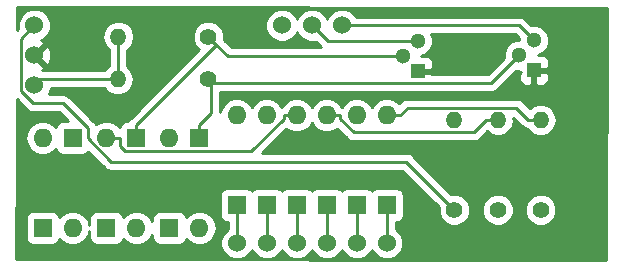
<source format=gbr>
G04 #@! TF.GenerationSoftware,KiCad,Pcbnew,(5.0.0)*
G04 #@! TF.CreationDate,2019-01-17T17:54:46+00:00*
G04 #@! TF.ProjectId,LS06,4C5330362E6B696361645F7063620000,rev?*
G04 #@! TF.SameCoordinates,Original*
G04 #@! TF.FileFunction,Copper,L2,Bot,Signal*
G04 #@! TF.FilePolarity,Positive*
%FSLAX46Y46*%
G04 Gerber Fmt 4.6, Leading zero omitted, Abs format (unit mm)*
G04 Created by KiCad (PCBNEW (5.0.0)) date 01/17/19 17:54:46*
%MOMM*%
%LPD*%
G01*
G04 APERTURE LIST*
G04 #@! TA.AperFunction,ComponentPad*
%ADD10O,1.600000X1.600000*%
G04 #@! TD*
G04 #@! TA.AperFunction,ComponentPad*
%ADD11R,1.600000X1.600000*%
G04 #@! TD*
G04 #@! TA.AperFunction,ComponentPad*
%ADD12C,1.524000*%
G04 #@! TD*
G04 #@! TA.AperFunction,ComponentPad*
%ADD13C,1.400000*%
G04 #@! TD*
G04 #@! TA.AperFunction,ComponentPad*
%ADD14O,1.400000X1.400000*%
G04 #@! TD*
G04 #@! TA.AperFunction,ComponentPad*
%ADD15R,1.300000X1.300000*%
G04 #@! TD*
G04 #@! TA.AperFunction,ComponentPad*
%ADD16C,1.300000*%
G04 #@! TD*
G04 #@! TA.AperFunction,Conductor*
%ADD17C,0.250000*%
G04 #@! TD*
G04 #@! TA.AperFunction,Conductor*
%ADD18C,0.254000*%
G04 #@! TD*
G04 APERTURE END LIST*
D10*
G04 #@! TO.P,D1,2*
G04 #@! TO.N,Net-(D1-Pad2)*
X137096000Y-68834000D03*
D11*
G04 #@! TO.P,D1,1*
G04 #@! TO.N,1*
X137096000Y-76454000D03*
G04 #@! TD*
G04 #@! TO.P,D2,1*
G04 #@! TO.N,2*
X139636000Y-76454000D03*
D10*
G04 #@! TO.P,D2,2*
G04 #@! TO.N,Net-(D1-Pad2)*
X139636000Y-68834000D03*
G04 #@! TD*
G04 #@! TO.P,D3,2*
G04 #@! TO.N,Net-(D3-Pad2)*
X142176000Y-68834000D03*
D11*
G04 #@! TO.P,D3,1*
G04 #@! TO.N,3*
X142176000Y-76454000D03*
G04 #@! TD*
G04 #@! TO.P,D4,1*
G04 #@! TO.N,4*
X144716000Y-76454000D03*
D10*
G04 #@! TO.P,D4,2*
G04 #@! TO.N,Net-(D3-Pad2)*
X144716000Y-68834000D03*
G04 #@! TD*
G04 #@! TO.P,D5,2*
G04 #@! TO.N,Net-(D11-Pad2)*
X147256000Y-68834000D03*
D11*
G04 #@! TO.P,D5,1*
G04 #@! TO.N,5*
X147256000Y-76454000D03*
G04 #@! TD*
G04 #@! TO.P,D6,1*
G04 #@! TO.N,6*
X149796000Y-76454000D03*
D10*
G04 #@! TO.P,D6,2*
G04 #@! TO.N,Net-(D11-Pad2)*
X149796000Y-68834000D03*
G04 #@! TD*
G04 #@! TO.P,D7,2*
G04 #@! TO.N,Net-(D1-Pad2)*
X120650000Y-70739000D03*
D11*
G04 #@! TO.P,D7,1*
G04 #@! TO.N,Net-(D7-Pad1)*
X120650000Y-78359000D03*
G04 #@! TD*
G04 #@! TO.P,D8,1*
G04 #@! TO.N,Net-(D10-Pad1)*
X123190000Y-70739000D03*
D10*
G04 #@! TO.P,D8,2*
G04 #@! TO.N,Net-(D7-Pad1)*
X123190000Y-78359000D03*
G04 #@! TD*
G04 #@! TO.P,D9,2*
G04 #@! TO.N,Net-(D3-Pad2)*
X126048000Y-70739000D03*
D11*
G04 #@! TO.P,D9,1*
G04 #@! TO.N,Net-(D10-Pad2)*
X126048000Y-78359000D03*
G04 #@! TD*
G04 #@! TO.P,D10,1*
G04 #@! TO.N,Net-(D10-Pad1)*
X128588000Y-70739000D03*
D10*
G04 #@! TO.P,D10,2*
G04 #@! TO.N,Net-(D10-Pad2)*
X128588000Y-78359000D03*
G04 #@! TD*
G04 #@! TO.P,D11,2*
G04 #@! TO.N,Net-(D11-Pad2)*
X131382000Y-70739000D03*
D11*
G04 #@! TO.P,D11,1*
G04 #@! TO.N,Net-(D11-Pad1)*
X131382000Y-78359000D03*
G04 #@! TD*
G04 #@! TO.P,D12,1*
G04 #@! TO.N,Net-(D12-Pad1)*
X133922000Y-70739000D03*
D10*
G04 #@! TO.P,D12,2*
G04 #@! TO.N,Net-(D11-Pad1)*
X133922000Y-78359000D03*
G04 #@! TD*
D12*
G04 #@! TO.P,J1,21*
G04 #@! TO.N,+6v*
X119963000Y-61225500D03*
G04 #@! TO.P,J1,22*
G04 #@! TO.N,0v*
X119963000Y-63765500D03*
G04 #@! TO.P,J1,23*
G04 #@! TO.N,-6v*
X119963000Y-66305500D03*
G04 #@! TO.P,J1,1*
G04 #@! TO.N,1*
X137108000Y-79640500D03*
G04 #@! TO.P,J1,2*
G04 #@! TO.N,2*
X139648000Y-79640500D03*
G04 #@! TO.P,J1,3*
G04 #@! TO.N,3*
X142188000Y-79640500D03*
G04 #@! TO.P,J1,4*
G04 #@! TO.N,4*
X144728000Y-79640500D03*
G04 #@! TO.P,J1,5*
G04 #@! TO.N,5*
X147268000Y-79640500D03*
G04 #@! TO.P,J1,6*
G04 #@! TO.N,6*
X149808000Y-79640500D03*
G04 #@! TO.P,J1,11*
G04 #@! TO.N,N/C*
X140918000Y-61225500D03*
G04 #@! TO.P,J1,12*
G04 #@! TO.N,12*
X143458000Y-61225500D03*
G04 #@! TO.P,J1,13*
G04 #@! TO.N,13*
X145998000Y-61225500D03*
G04 #@! TD*
D13*
G04 #@! TO.P,R1,1*
G04 #@! TO.N,+6v*
X155512000Y-76835000D03*
D14*
G04 #@! TO.P,R1,2*
G04 #@! TO.N,Net-(D1-Pad2)*
X155512000Y-69215000D03*
G04 #@! TD*
G04 #@! TO.P,R2,2*
G04 #@! TO.N,Net-(D3-Pad2)*
X159194000Y-69215000D03*
D13*
G04 #@! TO.P,R2,1*
G04 #@! TO.N,+6v*
X159194000Y-76835000D03*
G04 #@! TD*
D14*
G04 #@! TO.P,R3,2*
G04 #@! TO.N,Net-(D11-Pad2)*
X162814000Y-69215000D03*
D13*
G04 #@! TO.P,R3,1*
G04 #@! TO.N,+6v*
X162814000Y-76835000D03*
G04 #@! TD*
D14*
G04 #@! TO.P,R4,2*
G04 #@! TO.N,-6v*
X127064000Y-62166500D03*
D13*
G04 #@! TO.P,R4,1*
G04 #@! TO.N,Net-(D10-Pad1)*
X134684000Y-62166500D03*
G04 #@! TD*
G04 #@! TO.P,R5,1*
G04 #@! TO.N,Net-(D12-Pad1)*
X134620000Y-65786000D03*
D14*
G04 #@! TO.P,R5,2*
G04 #@! TO.N,-6v*
X127000000Y-65786000D03*
G04 #@! TD*
D15*
G04 #@! TO.P,VT1,1*
G04 #@! TO.N,0v*
X152400000Y-65087500D03*
D16*
G04 #@! TO.P,VT1,3*
G04 #@! TO.N,12*
X152400000Y-62547500D03*
G04 #@! TO.P,VT1,2*
G04 #@! TO.N,Net-(D10-Pad1)*
X151130000Y-63817500D03*
G04 #@! TD*
G04 #@! TO.P,VT2,2*
G04 #@! TO.N,Net-(D12-Pad1)*
X160972000Y-63754000D03*
G04 #@! TO.P,VT2,3*
G04 #@! TO.N,13*
X162242000Y-62484000D03*
D15*
G04 #@! TO.P,VT2,1*
G04 #@! TO.N,0v*
X162242000Y-65024000D03*
G04 #@! TD*
D17*
G04 #@! TO.N,1*
X137108000Y-79640500D02*
X137096000Y-79628500D01*
X137096000Y-79628500D02*
X137096000Y-76454000D01*
G04 #@! TO.N,2*
X139648000Y-79640500D02*
X139636000Y-79628500D01*
X139636000Y-79628500D02*
X139636000Y-76454000D01*
G04 #@! TO.N,Net-(D3-Pad2)*
X126048000Y-70739000D02*
X127173300Y-70739000D01*
X142176000Y-68834000D02*
X141050700Y-68834000D01*
X141050700Y-68834000D02*
X141050700Y-69115300D01*
X141050700Y-69115300D02*
X138301700Y-71864300D01*
X138301700Y-71864300D02*
X127595200Y-71864300D01*
X127595200Y-71864300D02*
X127173300Y-71442400D01*
X127173300Y-71442400D02*
X127173300Y-70739000D01*
X144716000Y-68834000D02*
X145841300Y-68834000D01*
X159194000Y-69215000D02*
X158168700Y-69215000D01*
X158168700Y-69215000D02*
X157135400Y-70248300D01*
X157135400Y-70248300D02*
X146974300Y-70248300D01*
X146974300Y-70248300D02*
X145841300Y-69115300D01*
X145841300Y-69115300D02*
X145841300Y-68834000D01*
G04 #@! TO.N,3*
X142188000Y-79640500D02*
X142176000Y-79628500D01*
X142176000Y-79628500D02*
X142176000Y-76454000D01*
G04 #@! TO.N,4*
X144728000Y-79640500D02*
X144716000Y-79628500D01*
X144716000Y-79628500D02*
X144716000Y-76454000D01*
G04 #@! TO.N,Net-(D11-Pad2)*
X149796000Y-68834000D02*
X150921300Y-68834000D01*
X162814000Y-69215000D02*
X161788700Y-69215000D01*
X161788700Y-69215000D02*
X160762500Y-68188800D01*
X160762500Y-68188800D02*
X151566500Y-68188800D01*
X151566500Y-68188800D02*
X150921300Y-68834000D01*
G04 #@! TO.N,5*
X147268000Y-79640500D02*
X147256000Y-79628500D01*
X147256000Y-79628500D02*
X147256000Y-76454000D01*
G04 #@! TO.N,6*
X149808000Y-79640500D02*
X149796000Y-79628500D01*
X149796000Y-79628500D02*
X149796000Y-76454000D01*
G04 #@! TO.N,Net-(D10-Pad1)*
X135359600Y-62842100D02*
X134684000Y-62166500D01*
X151130000Y-63817500D02*
X136335000Y-63817500D01*
X136335000Y-63817500D02*
X135359600Y-62842100D01*
X135359600Y-62842100D02*
X128588000Y-69613700D01*
X128588000Y-70739000D02*
X128588000Y-69613700D01*
G04 #@! TO.N,Net-(D12-Pad1)*
X133922000Y-70739000D02*
X133922000Y-69613700D01*
X134915900Y-66081900D02*
X134620000Y-65786000D01*
X160972000Y-63754000D02*
X158644100Y-66081900D01*
X158644100Y-66081900D02*
X134915900Y-66081900D01*
X134915900Y-66081900D02*
X134915900Y-68619800D01*
X134915900Y-68619800D02*
X133922000Y-69613700D01*
G04 #@! TO.N,+6v*
X119963000Y-61225500D02*
X118846700Y-62341800D01*
X118846700Y-62341800D02*
X118846700Y-66787700D01*
X118846700Y-66787700D02*
X119855500Y-67796500D01*
X119855500Y-67796500D02*
X122359900Y-67796500D01*
X122359900Y-67796500D02*
X124459700Y-69896300D01*
X124459700Y-69896300D02*
X124459700Y-70771200D01*
X124459700Y-70771200D02*
X126441500Y-72753000D01*
X126441500Y-72753000D02*
X151430000Y-72753000D01*
X151430000Y-72753000D02*
X155512000Y-76835000D01*
G04 #@! TO.N,-6v*
X127000000Y-65786000D02*
X120482500Y-65786000D01*
X120482500Y-65786000D02*
X119963000Y-66305500D01*
X127064000Y-63191800D02*
X127000000Y-63255800D01*
X127000000Y-63255800D02*
X127000000Y-65786000D01*
X127064000Y-62166500D02*
X127064000Y-63191800D01*
G04 #@! TO.N,12*
X152400000Y-62547500D02*
X144780000Y-62547500D01*
X144780000Y-62547500D02*
X143458000Y-61225500D01*
G04 #@! TO.N,13*
X162242000Y-62484000D02*
X160983500Y-61225500D01*
X160983500Y-61225500D02*
X145998000Y-61225500D01*
G04 #@! TD*
D18*
G04 #@! TO.N,0v*
G36*
X168464751Y-59753339D02*
X168339246Y-81089340D01*
X118427876Y-81026161D01*
X118438164Y-77559000D01*
X119202560Y-77559000D01*
X119202560Y-79159000D01*
X119251843Y-79406765D01*
X119392191Y-79616809D01*
X119602235Y-79757157D01*
X119850000Y-79806440D01*
X121450000Y-79806440D01*
X121697765Y-79757157D01*
X121907809Y-79616809D01*
X122048157Y-79406765D01*
X122074785Y-79272894D01*
X122155423Y-79393577D01*
X122630091Y-79710740D01*
X123048667Y-79794000D01*
X123331333Y-79794000D01*
X123749909Y-79710740D01*
X124224577Y-79393577D01*
X124541740Y-78918909D01*
X124600560Y-78623201D01*
X124600560Y-79159000D01*
X124649843Y-79406765D01*
X124790191Y-79616809D01*
X125000235Y-79757157D01*
X125248000Y-79806440D01*
X126848000Y-79806440D01*
X127095765Y-79757157D01*
X127305809Y-79616809D01*
X127446157Y-79406765D01*
X127472785Y-79272894D01*
X127553423Y-79393577D01*
X128028091Y-79710740D01*
X128446667Y-79794000D01*
X128729333Y-79794000D01*
X129147909Y-79710740D01*
X129622577Y-79393577D01*
X129934560Y-78926661D01*
X129934560Y-79159000D01*
X129983843Y-79406765D01*
X130124191Y-79616809D01*
X130334235Y-79757157D01*
X130582000Y-79806440D01*
X132182000Y-79806440D01*
X132429765Y-79757157D01*
X132639809Y-79616809D01*
X132780157Y-79406765D01*
X132806785Y-79272894D01*
X132887423Y-79393577D01*
X133362091Y-79710740D01*
X133780667Y-79794000D01*
X134063333Y-79794000D01*
X134481909Y-79710740D01*
X134956577Y-79393577D01*
X135273740Y-78918909D01*
X135385113Y-78359000D01*
X135273740Y-77799091D01*
X134956577Y-77324423D01*
X134481909Y-77007260D01*
X134063333Y-76924000D01*
X133780667Y-76924000D01*
X133362091Y-77007260D01*
X132887423Y-77324423D01*
X132806785Y-77445106D01*
X132780157Y-77311235D01*
X132639809Y-77101191D01*
X132429765Y-76960843D01*
X132182000Y-76911560D01*
X130582000Y-76911560D01*
X130334235Y-76960843D01*
X130124191Y-77101191D01*
X129983843Y-77311235D01*
X129934560Y-77559000D01*
X129934560Y-77791339D01*
X129622577Y-77324423D01*
X129147909Y-77007260D01*
X128729333Y-76924000D01*
X128446667Y-76924000D01*
X128028091Y-77007260D01*
X127553423Y-77324423D01*
X127472785Y-77445106D01*
X127446157Y-77311235D01*
X127305809Y-77101191D01*
X127095765Y-76960843D01*
X126848000Y-76911560D01*
X125248000Y-76911560D01*
X125000235Y-76960843D01*
X124790191Y-77101191D01*
X124649843Y-77311235D01*
X124600560Y-77559000D01*
X124600560Y-78094799D01*
X124541740Y-77799091D01*
X124224577Y-77324423D01*
X123749909Y-77007260D01*
X123331333Y-76924000D01*
X123048667Y-76924000D01*
X122630091Y-77007260D01*
X122155423Y-77324423D01*
X122074785Y-77445106D01*
X122048157Y-77311235D01*
X121907809Y-77101191D01*
X121697765Y-76960843D01*
X121450000Y-76911560D01*
X119850000Y-76911560D01*
X119602235Y-76960843D01*
X119392191Y-77101191D01*
X119251843Y-77311235D01*
X119202560Y-77559000D01*
X118438164Y-77559000D01*
X118443816Y-75654000D01*
X135648560Y-75654000D01*
X135648560Y-77254000D01*
X135697843Y-77501765D01*
X135838191Y-77711809D01*
X136048235Y-77852157D01*
X136296000Y-77901440D01*
X136336001Y-77901440D01*
X136336000Y-78448170D01*
X136316663Y-78456180D01*
X135923680Y-78849163D01*
X135711000Y-79362619D01*
X135711000Y-79918381D01*
X135923680Y-80431837D01*
X136316663Y-80824820D01*
X136830119Y-81037500D01*
X137385881Y-81037500D01*
X137899337Y-80824820D01*
X138292320Y-80431837D01*
X138378000Y-80224987D01*
X138463680Y-80431837D01*
X138856663Y-80824820D01*
X139370119Y-81037500D01*
X139925881Y-81037500D01*
X140439337Y-80824820D01*
X140832320Y-80431837D01*
X140918000Y-80224987D01*
X141003680Y-80431837D01*
X141396663Y-80824820D01*
X141910119Y-81037500D01*
X142465881Y-81037500D01*
X142979337Y-80824820D01*
X143372320Y-80431837D01*
X143458000Y-80224987D01*
X143543680Y-80431837D01*
X143936663Y-80824820D01*
X144450119Y-81037500D01*
X145005881Y-81037500D01*
X145519337Y-80824820D01*
X145912320Y-80431837D01*
X145998000Y-80224987D01*
X146083680Y-80431837D01*
X146476663Y-80824820D01*
X146990119Y-81037500D01*
X147545881Y-81037500D01*
X148059337Y-80824820D01*
X148452320Y-80431837D01*
X148538000Y-80224987D01*
X148623680Y-80431837D01*
X149016663Y-80824820D01*
X149530119Y-81037500D01*
X150085881Y-81037500D01*
X150599337Y-80824820D01*
X150992320Y-80431837D01*
X151205000Y-79918381D01*
X151205000Y-79362619D01*
X150992320Y-78849163D01*
X150599337Y-78456180D01*
X150556000Y-78438229D01*
X150556000Y-77901440D01*
X150596000Y-77901440D01*
X150843765Y-77852157D01*
X151053809Y-77711809D01*
X151194157Y-77501765D01*
X151243440Y-77254000D01*
X151243440Y-75654000D01*
X151194157Y-75406235D01*
X151053809Y-75196191D01*
X150843765Y-75055843D01*
X150596000Y-75006560D01*
X148996000Y-75006560D01*
X148748235Y-75055843D01*
X148538191Y-75196191D01*
X148526000Y-75214436D01*
X148513809Y-75196191D01*
X148303765Y-75055843D01*
X148056000Y-75006560D01*
X146456000Y-75006560D01*
X146208235Y-75055843D01*
X145998191Y-75196191D01*
X145986000Y-75214436D01*
X145973809Y-75196191D01*
X145763765Y-75055843D01*
X145516000Y-75006560D01*
X143916000Y-75006560D01*
X143668235Y-75055843D01*
X143458191Y-75196191D01*
X143446000Y-75214436D01*
X143433809Y-75196191D01*
X143223765Y-75055843D01*
X142976000Y-75006560D01*
X141376000Y-75006560D01*
X141128235Y-75055843D01*
X140918191Y-75196191D01*
X140906000Y-75214436D01*
X140893809Y-75196191D01*
X140683765Y-75055843D01*
X140436000Y-75006560D01*
X138836000Y-75006560D01*
X138588235Y-75055843D01*
X138378191Y-75196191D01*
X138366000Y-75214436D01*
X138353809Y-75196191D01*
X138143765Y-75055843D01*
X137896000Y-75006560D01*
X136296000Y-75006560D01*
X136048235Y-75055843D01*
X135838191Y-75196191D01*
X135697843Y-75406235D01*
X135648560Y-75654000D01*
X118443816Y-75654000D01*
X118468061Y-67483862D01*
X119265170Y-68280972D01*
X119307571Y-68344429D01*
X119558963Y-68512404D01*
X119780648Y-68556500D01*
X119780652Y-68556500D01*
X119855500Y-68571388D01*
X119930348Y-68556500D01*
X122045099Y-68556500D01*
X122780159Y-69291560D01*
X122390000Y-69291560D01*
X122142235Y-69340843D01*
X121932191Y-69481191D01*
X121791843Y-69691235D01*
X121765215Y-69825106D01*
X121684577Y-69704423D01*
X121209909Y-69387260D01*
X120791333Y-69304000D01*
X120508667Y-69304000D01*
X120090091Y-69387260D01*
X119615423Y-69704423D01*
X119298260Y-70179091D01*
X119186887Y-70739000D01*
X119298260Y-71298909D01*
X119615423Y-71773577D01*
X120090091Y-72090740D01*
X120508667Y-72174000D01*
X120791333Y-72174000D01*
X121209909Y-72090740D01*
X121684577Y-71773577D01*
X121765215Y-71652894D01*
X121791843Y-71786765D01*
X121932191Y-71996809D01*
X122142235Y-72137157D01*
X122390000Y-72186440D01*
X123990000Y-72186440D01*
X124237765Y-72137157D01*
X124447809Y-71996809D01*
X124512977Y-71899279D01*
X125851173Y-73237476D01*
X125893571Y-73300929D01*
X125957024Y-73343327D01*
X125957026Y-73343329D01*
X126082402Y-73427102D01*
X126144963Y-73468904D01*
X126366648Y-73513000D01*
X126366652Y-73513000D01*
X126441499Y-73527888D01*
X126516346Y-73513000D01*
X151115199Y-73513000D01*
X154177000Y-76574802D01*
X154177000Y-77100548D01*
X154380242Y-77591217D01*
X154755783Y-77966758D01*
X155246452Y-78170000D01*
X155777548Y-78170000D01*
X156268217Y-77966758D01*
X156643758Y-77591217D01*
X156847000Y-77100548D01*
X156847000Y-76569452D01*
X157859000Y-76569452D01*
X157859000Y-77100548D01*
X158062242Y-77591217D01*
X158437783Y-77966758D01*
X158928452Y-78170000D01*
X159459548Y-78170000D01*
X159950217Y-77966758D01*
X160325758Y-77591217D01*
X160529000Y-77100548D01*
X160529000Y-76569452D01*
X161479000Y-76569452D01*
X161479000Y-77100548D01*
X161682242Y-77591217D01*
X162057783Y-77966758D01*
X162548452Y-78170000D01*
X163079548Y-78170000D01*
X163570217Y-77966758D01*
X163945758Y-77591217D01*
X164149000Y-77100548D01*
X164149000Y-76569452D01*
X163945758Y-76078783D01*
X163570217Y-75703242D01*
X163079548Y-75500000D01*
X162548452Y-75500000D01*
X162057783Y-75703242D01*
X161682242Y-76078783D01*
X161479000Y-76569452D01*
X160529000Y-76569452D01*
X160325758Y-76078783D01*
X159950217Y-75703242D01*
X159459548Y-75500000D01*
X158928452Y-75500000D01*
X158437783Y-75703242D01*
X158062242Y-76078783D01*
X157859000Y-76569452D01*
X156847000Y-76569452D01*
X156643758Y-76078783D01*
X156268217Y-75703242D01*
X155777548Y-75500000D01*
X155251802Y-75500000D01*
X152020331Y-72268530D01*
X151977929Y-72205071D01*
X151726537Y-72037096D01*
X151504852Y-71993000D01*
X151504847Y-71993000D01*
X151430000Y-71978112D01*
X151355153Y-71993000D01*
X139247801Y-71993000D01*
X141279779Y-69961023D01*
X141616091Y-70185740D01*
X142034667Y-70269000D01*
X142317333Y-70269000D01*
X142735909Y-70185740D01*
X143210577Y-69868577D01*
X143446000Y-69516242D01*
X143681423Y-69868577D01*
X144156091Y-70185740D01*
X144574667Y-70269000D01*
X144857333Y-70269000D01*
X145275909Y-70185740D01*
X145612222Y-69961023D01*
X146383971Y-70732773D01*
X146426371Y-70796229D01*
X146677763Y-70964204D01*
X146899448Y-71008300D01*
X146899453Y-71008300D01*
X146974300Y-71023188D01*
X147049147Y-71008300D01*
X157060553Y-71008300D01*
X157135400Y-71023188D01*
X157210247Y-71008300D01*
X157210252Y-71008300D01*
X157431937Y-70964204D01*
X157683329Y-70796229D01*
X157725731Y-70732770D01*
X158261193Y-70197309D01*
X158673109Y-70472542D01*
X159062515Y-70550000D01*
X159325485Y-70550000D01*
X159714891Y-70472542D01*
X160156481Y-70177481D01*
X160451542Y-69735891D01*
X160555154Y-69215000D01*
X160515737Y-69016838D01*
X161198371Y-69699473D01*
X161240771Y-69762929D01*
X161492163Y-69930904D01*
X161713848Y-69975000D01*
X161713853Y-69975000D01*
X161716589Y-69975544D01*
X161851519Y-70177481D01*
X162293109Y-70472542D01*
X162682515Y-70550000D01*
X162945485Y-70550000D01*
X163334891Y-70472542D01*
X163776481Y-70177481D01*
X164071542Y-69735891D01*
X164175154Y-69215000D01*
X164071542Y-68694109D01*
X163776481Y-68252519D01*
X163334891Y-67957458D01*
X162945485Y-67880000D01*
X162682515Y-67880000D01*
X162293109Y-67957458D01*
X161881193Y-68232691D01*
X161352831Y-67704330D01*
X161310429Y-67640871D01*
X161059037Y-67472896D01*
X160837352Y-67428800D01*
X160837347Y-67428800D01*
X160762500Y-67413912D01*
X160687653Y-67428800D01*
X151641348Y-67428800D01*
X151566500Y-67413912D01*
X151491652Y-67428800D01*
X151491648Y-67428800D01*
X151269963Y-67472896D01*
X151018571Y-67640871D01*
X150976171Y-67704327D01*
X150850804Y-67829695D01*
X150830577Y-67799423D01*
X150355909Y-67482260D01*
X149937333Y-67399000D01*
X149654667Y-67399000D01*
X149236091Y-67482260D01*
X148761423Y-67799423D01*
X148526000Y-68151758D01*
X148290577Y-67799423D01*
X147815909Y-67482260D01*
X147397333Y-67399000D01*
X147114667Y-67399000D01*
X146696091Y-67482260D01*
X146221423Y-67799423D01*
X146023667Y-68095386D01*
X145936786Y-68078104D01*
X145750577Y-67799423D01*
X145275909Y-67482260D01*
X144857333Y-67399000D01*
X144574667Y-67399000D01*
X144156091Y-67482260D01*
X143681423Y-67799423D01*
X143446000Y-68151758D01*
X143210577Y-67799423D01*
X142735909Y-67482260D01*
X142317333Y-67399000D01*
X142034667Y-67399000D01*
X141616091Y-67482260D01*
X141141423Y-67799423D01*
X140955214Y-68078104D01*
X140868333Y-68095386D01*
X140670577Y-67799423D01*
X140195909Y-67482260D01*
X139777333Y-67399000D01*
X139494667Y-67399000D01*
X139076091Y-67482260D01*
X138601423Y-67799423D01*
X138366000Y-68151758D01*
X138130577Y-67799423D01*
X137655909Y-67482260D01*
X137237333Y-67399000D01*
X136954667Y-67399000D01*
X136536091Y-67482260D01*
X136061423Y-67799423D01*
X135744260Y-68274091D01*
X135683141Y-68581356D01*
X135675900Y-68544953D01*
X135675900Y-66841900D01*
X158569253Y-66841900D01*
X158644100Y-66856788D01*
X158718947Y-66841900D01*
X158718952Y-66841900D01*
X158940637Y-66797804D01*
X159192029Y-66629829D01*
X159234431Y-66566370D01*
X160761802Y-65039000D01*
X160957000Y-65039000D01*
X160957000Y-65151002D01*
X161115748Y-65151002D01*
X160957000Y-65309750D01*
X160957000Y-65800310D01*
X161053673Y-66033699D01*
X161232302Y-66212327D01*
X161465691Y-66309000D01*
X161956250Y-66309000D01*
X162115000Y-66150250D01*
X162115000Y-65151000D01*
X162369000Y-65151000D01*
X162369000Y-66150250D01*
X162527750Y-66309000D01*
X163018309Y-66309000D01*
X163251698Y-66212327D01*
X163430327Y-66033699D01*
X163527000Y-65800310D01*
X163527000Y-65309750D01*
X163368250Y-65151000D01*
X162369000Y-65151000D01*
X162115000Y-65151000D01*
X162095000Y-65151000D01*
X162095000Y-64897000D01*
X162115000Y-64897000D01*
X162115000Y-64877000D01*
X162369000Y-64877000D01*
X162369000Y-64897000D01*
X163368250Y-64897000D01*
X163527000Y-64738250D01*
X163527000Y-64247690D01*
X163430327Y-64014301D01*
X163251698Y-63835673D01*
X163018309Y-63739000D01*
X162570029Y-63739000D01*
X162969894Y-63573371D01*
X163331371Y-63211894D01*
X163527000Y-62739602D01*
X163527000Y-62228398D01*
X163331371Y-61756106D01*
X162969894Y-61394629D01*
X162497602Y-61199000D01*
X162031801Y-61199000D01*
X161573831Y-60741030D01*
X161531429Y-60677571D01*
X161280037Y-60509596D01*
X161058352Y-60465500D01*
X161058347Y-60465500D01*
X160983500Y-60450612D01*
X160908653Y-60465500D01*
X147195300Y-60465500D01*
X147182320Y-60434163D01*
X146789337Y-60041180D01*
X146275881Y-59828500D01*
X145720119Y-59828500D01*
X145206663Y-60041180D01*
X144813680Y-60434163D01*
X144728000Y-60641013D01*
X144642320Y-60434163D01*
X144249337Y-60041180D01*
X143735881Y-59828500D01*
X143180119Y-59828500D01*
X142666663Y-60041180D01*
X142273680Y-60434163D01*
X142188000Y-60641013D01*
X142102320Y-60434163D01*
X141709337Y-60041180D01*
X141195881Y-59828500D01*
X140640119Y-59828500D01*
X140126663Y-60041180D01*
X139733680Y-60434163D01*
X139521000Y-60947619D01*
X139521000Y-61503381D01*
X139733680Y-62016837D01*
X140126663Y-62409820D01*
X140640119Y-62622500D01*
X141195881Y-62622500D01*
X141709337Y-62409820D01*
X142102320Y-62016837D01*
X142188000Y-61809987D01*
X142273680Y-62016837D01*
X142666663Y-62409820D01*
X143180119Y-62622500D01*
X143735881Y-62622500D01*
X143767218Y-62609520D01*
X144189673Y-63031976D01*
X144206728Y-63057500D01*
X136649802Y-63057500D01*
X136019000Y-62426699D01*
X136019000Y-61900952D01*
X135815758Y-61410283D01*
X135440217Y-61034742D01*
X134949548Y-60831500D01*
X134418452Y-60831500D01*
X133927783Y-61034742D01*
X133552242Y-61410283D01*
X133349000Y-61900952D01*
X133349000Y-62432048D01*
X133552242Y-62922717D01*
X133878212Y-63248687D01*
X128103528Y-69023371D01*
X128040072Y-69065771D01*
X127997672Y-69129227D01*
X127997671Y-69129228D01*
X127889204Y-69291560D01*
X127788000Y-69291560D01*
X127540235Y-69340843D01*
X127330191Y-69481191D01*
X127189843Y-69691235D01*
X127163215Y-69825106D01*
X127082577Y-69704423D01*
X126607909Y-69387260D01*
X126189333Y-69304000D01*
X125906667Y-69304000D01*
X125488091Y-69387260D01*
X125173892Y-69597201D01*
X125007629Y-69348371D01*
X124944173Y-69305971D01*
X122950231Y-67312030D01*
X122907829Y-67248571D01*
X122656437Y-67080596D01*
X122434752Y-67036500D01*
X122434747Y-67036500D01*
X122359900Y-67021612D01*
X122285053Y-67036500D01*
X121172312Y-67036500D01*
X121360000Y-66583381D01*
X121360000Y-66546000D01*
X125902226Y-66546000D01*
X126037519Y-66748481D01*
X126479109Y-67043542D01*
X126868515Y-67121000D01*
X127131485Y-67121000D01*
X127520891Y-67043542D01*
X127962481Y-66748481D01*
X128257542Y-66306891D01*
X128361154Y-65786000D01*
X128257542Y-65265109D01*
X127962481Y-64823519D01*
X127760000Y-64688226D01*
X127760000Y-63518125D01*
X127779904Y-63488337D01*
X127824000Y-63266652D01*
X127824000Y-63266648D01*
X127824545Y-63263911D01*
X128026481Y-63128981D01*
X128321542Y-62687391D01*
X128425154Y-62166500D01*
X128321542Y-61645609D01*
X128026481Y-61204019D01*
X127584891Y-60908958D01*
X127195485Y-60831500D01*
X126932515Y-60831500D01*
X126543109Y-60908958D01*
X126101519Y-61204019D01*
X125806458Y-61645609D01*
X125702846Y-62166500D01*
X125806458Y-62687391D01*
X126101519Y-63128981D01*
X126232879Y-63216753D01*
X126225112Y-63255800D01*
X126240000Y-63330647D01*
X126240001Y-64688225D01*
X126037519Y-64823519D01*
X125902226Y-65026000D01*
X120602154Y-65026000D01*
X120694143Y-64987897D01*
X120763608Y-64745713D01*
X119963000Y-63945105D01*
X119948858Y-63959248D01*
X119769253Y-63779643D01*
X119783395Y-63765500D01*
X120142605Y-63765500D01*
X120943213Y-64566108D01*
X121185397Y-64496643D01*
X121372144Y-63973198D01*
X121344362Y-63418132D01*
X121185397Y-63034357D01*
X120943213Y-62964892D01*
X120142605Y-63765500D01*
X119783395Y-63765500D01*
X119769253Y-63751358D01*
X119948858Y-63571753D01*
X119963000Y-63585895D01*
X120763608Y-62785287D01*
X120694143Y-62543103D01*
X120553607Y-62492965D01*
X120754337Y-62409820D01*
X121147320Y-62016837D01*
X121360000Y-61503381D01*
X121360000Y-60947619D01*
X121147320Y-60434163D01*
X120754337Y-60041180D01*
X120240881Y-59828500D01*
X119685119Y-59828500D01*
X119171663Y-60041180D01*
X118778680Y-60434163D01*
X118566000Y-60947619D01*
X118566000Y-61503381D01*
X118578980Y-61534718D01*
X118485437Y-61628261D01*
X118490999Y-59753877D01*
X118481476Y-59705248D01*
X118473524Y-59690298D01*
X168464751Y-59753339D01*
X168464751Y-59753339D01*
G37*
X168464751Y-59753339D02*
X168339246Y-81089340D01*
X118427876Y-81026161D01*
X118438164Y-77559000D01*
X119202560Y-77559000D01*
X119202560Y-79159000D01*
X119251843Y-79406765D01*
X119392191Y-79616809D01*
X119602235Y-79757157D01*
X119850000Y-79806440D01*
X121450000Y-79806440D01*
X121697765Y-79757157D01*
X121907809Y-79616809D01*
X122048157Y-79406765D01*
X122074785Y-79272894D01*
X122155423Y-79393577D01*
X122630091Y-79710740D01*
X123048667Y-79794000D01*
X123331333Y-79794000D01*
X123749909Y-79710740D01*
X124224577Y-79393577D01*
X124541740Y-78918909D01*
X124600560Y-78623201D01*
X124600560Y-79159000D01*
X124649843Y-79406765D01*
X124790191Y-79616809D01*
X125000235Y-79757157D01*
X125248000Y-79806440D01*
X126848000Y-79806440D01*
X127095765Y-79757157D01*
X127305809Y-79616809D01*
X127446157Y-79406765D01*
X127472785Y-79272894D01*
X127553423Y-79393577D01*
X128028091Y-79710740D01*
X128446667Y-79794000D01*
X128729333Y-79794000D01*
X129147909Y-79710740D01*
X129622577Y-79393577D01*
X129934560Y-78926661D01*
X129934560Y-79159000D01*
X129983843Y-79406765D01*
X130124191Y-79616809D01*
X130334235Y-79757157D01*
X130582000Y-79806440D01*
X132182000Y-79806440D01*
X132429765Y-79757157D01*
X132639809Y-79616809D01*
X132780157Y-79406765D01*
X132806785Y-79272894D01*
X132887423Y-79393577D01*
X133362091Y-79710740D01*
X133780667Y-79794000D01*
X134063333Y-79794000D01*
X134481909Y-79710740D01*
X134956577Y-79393577D01*
X135273740Y-78918909D01*
X135385113Y-78359000D01*
X135273740Y-77799091D01*
X134956577Y-77324423D01*
X134481909Y-77007260D01*
X134063333Y-76924000D01*
X133780667Y-76924000D01*
X133362091Y-77007260D01*
X132887423Y-77324423D01*
X132806785Y-77445106D01*
X132780157Y-77311235D01*
X132639809Y-77101191D01*
X132429765Y-76960843D01*
X132182000Y-76911560D01*
X130582000Y-76911560D01*
X130334235Y-76960843D01*
X130124191Y-77101191D01*
X129983843Y-77311235D01*
X129934560Y-77559000D01*
X129934560Y-77791339D01*
X129622577Y-77324423D01*
X129147909Y-77007260D01*
X128729333Y-76924000D01*
X128446667Y-76924000D01*
X128028091Y-77007260D01*
X127553423Y-77324423D01*
X127472785Y-77445106D01*
X127446157Y-77311235D01*
X127305809Y-77101191D01*
X127095765Y-76960843D01*
X126848000Y-76911560D01*
X125248000Y-76911560D01*
X125000235Y-76960843D01*
X124790191Y-77101191D01*
X124649843Y-77311235D01*
X124600560Y-77559000D01*
X124600560Y-78094799D01*
X124541740Y-77799091D01*
X124224577Y-77324423D01*
X123749909Y-77007260D01*
X123331333Y-76924000D01*
X123048667Y-76924000D01*
X122630091Y-77007260D01*
X122155423Y-77324423D01*
X122074785Y-77445106D01*
X122048157Y-77311235D01*
X121907809Y-77101191D01*
X121697765Y-76960843D01*
X121450000Y-76911560D01*
X119850000Y-76911560D01*
X119602235Y-76960843D01*
X119392191Y-77101191D01*
X119251843Y-77311235D01*
X119202560Y-77559000D01*
X118438164Y-77559000D01*
X118443816Y-75654000D01*
X135648560Y-75654000D01*
X135648560Y-77254000D01*
X135697843Y-77501765D01*
X135838191Y-77711809D01*
X136048235Y-77852157D01*
X136296000Y-77901440D01*
X136336001Y-77901440D01*
X136336000Y-78448170D01*
X136316663Y-78456180D01*
X135923680Y-78849163D01*
X135711000Y-79362619D01*
X135711000Y-79918381D01*
X135923680Y-80431837D01*
X136316663Y-80824820D01*
X136830119Y-81037500D01*
X137385881Y-81037500D01*
X137899337Y-80824820D01*
X138292320Y-80431837D01*
X138378000Y-80224987D01*
X138463680Y-80431837D01*
X138856663Y-80824820D01*
X139370119Y-81037500D01*
X139925881Y-81037500D01*
X140439337Y-80824820D01*
X140832320Y-80431837D01*
X140918000Y-80224987D01*
X141003680Y-80431837D01*
X141396663Y-80824820D01*
X141910119Y-81037500D01*
X142465881Y-81037500D01*
X142979337Y-80824820D01*
X143372320Y-80431837D01*
X143458000Y-80224987D01*
X143543680Y-80431837D01*
X143936663Y-80824820D01*
X144450119Y-81037500D01*
X145005881Y-81037500D01*
X145519337Y-80824820D01*
X145912320Y-80431837D01*
X145998000Y-80224987D01*
X146083680Y-80431837D01*
X146476663Y-80824820D01*
X146990119Y-81037500D01*
X147545881Y-81037500D01*
X148059337Y-80824820D01*
X148452320Y-80431837D01*
X148538000Y-80224987D01*
X148623680Y-80431837D01*
X149016663Y-80824820D01*
X149530119Y-81037500D01*
X150085881Y-81037500D01*
X150599337Y-80824820D01*
X150992320Y-80431837D01*
X151205000Y-79918381D01*
X151205000Y-79362619D01*
X150992320Y-78849163D01*
X150599337Y-78456180D01*
X150556000Y-78438229D01*
X150556000Y-77901440D01*
X150596000Y-77901440D01*
X150843765Y-77852157D01*
X151053809Y-77711809D01*
X151194157Y-77501765D01*
X151243440Y-77254000D01*
X151243440Y-75654000D01*
X151194157Y-75406235D01*
X151053809Y-75196191D01*
X150843765Y-75055843D01*
X150596000Y-75006560D01*
X148996000Y-75006560D01*
X148748235Y-75055843D01*
X148538191Y-75196191D01*
X148526000Y-75214436D01*
X148513809Y-75196191D01*
X148303765Y-75055843D01*
X148056000Y-75006560D01*
X146456000Y-75006560D01*
X146208235Y-75055843D01*
X145998191Y-75196191D01*
X145986000Y-75214436D01*
X145973809Y-75196191D01*
X145763765Y-75055843D01*
X145516000Y-75006560D01*
X143916000Y-75006560D01*
X143668235Y-75055843D01*
X143458191Y-75196191D01*
X143446000Y-75214436D01*
X143433809Y-75196191D01*
X143223765Y-75055843D01*
X142976000Y-75006560D01*
X141376000Y-75006560D01*
X141128235Y-75055843D01*
X140918191Y-75196191D01*
X140906000Y-75214436D01*
X140893809Y-75196191D01*
X140683765Y-75055843D01*
X140436000Y-75006560D01*
X138836000Y-75006560D01*
X138588235Y-75055843D01*
X138378191Y-75196191D01*
X138366000Y-75214436D01*
X138353809Y-75196191D01*
X138143765Y-75055843D01*
X137896000Y-75006560D01*
X136296000Y-75006560D01*
X136048235Y-75055843D01*
X135838191Y-75196191D01*
X135697843Y-75406235D01*
X135648560Y-75654000D01*
X118443816Y-75654000D01*
X118468061Y-67483862D01*
X119265170Y-68280972D01*
X119307571Y-68344429D01*
X119558963Y-68512404D01*
X119780648Y-68556500D01*
X119780652Y-68556500D01*
X119855500Y-68571388D01*
X119930348Y-68556500D01*
X122045099Y-68556500D01*
X122780159Y-69291560D01*
X122390000Y-69291560D01*
X122142235Y-69340843D01*
X121932191Y-69481191D01*
X121791843Y-69691235D01*
X121765215Y-69825106D01*
X121684577Y-69704423D01*
X121209909Y-69387260D01*
X120791333Y-69304000D01*
X120508667Y-69304000D01*
X120090091Y-69387260D01*
X119615423Y-69704423D01*
X119298260Y-70179091D01*
X119186887Y-70739000D01*
X119298260Y-71298909D01*
X119615423Y-71773577D01*
X120090091Y-72090740D01*
X120508667Y-72174000D01*
X120791333Y-72174000D01*
X121209909Y-72090740D01*
X121684577Y-71773577D01*
X121765215Y-71652894D01*
X121791843Y-71786765D01*
X121932191Y-71996809D01*
X122142235Y-72137157D01*
X122390000Y-72186440D01*
X123990000Y-72186440D01*
X124237765Y-72137157D01*
X124447809Y-71996809D01*
X124512977Y-71899279D01*
X125851173Y-73237476D01*
X125893571Y-73300929D01*
X125957024Y-73343327D01*
X125957026Y-73343329D01*
X126082402Y-73427102D01*
X126144963Y-73468904D01*
X126366648Y-73513000D01*
X126366652Y-73513000D01*
X126441499Y-73527888D01*
X126516346Y-73513000D01*
X151115199Y-73513000D01*
X154177000Y-76574802D01*
X154177000Y-77100548D01*
X154380242Y-77591217D01*
X154755783Y-77966758D01*
X155246452Y-78170000D01*
X155777548Y-78170000D01*
X156268217Y-77966758D01*
X156643758Y-77591217D01*
X156847000Y-77100548D01*
X156847000Y-76569452D01*
X157859000Y-76569452D01*
X157859000Y-77100548D01*
X158062242Y-77591217D01*
X158437783Y-77966758D01*
X158928452Y-78170000D01*
X159459548Y-78170000D01*
X159950217Y-77966758D01*
X160325758Y-77591217D01*
X160529000Y-77100548D01*
X160529000Y-76569452D01*
X161479000Y-76569452D01*
X161479000Y-77100548D01*
X161682242Y-77591217D01*
X162057783Y-77966758D01*
X162548452Y-78170000D01*
X163079548Y-78170000D01*
X163570217Y-77966758D01*
X163945758Y-77591217D01*
X164149000Y-77100548D01*
X164149000Y-76569452D01*
X163945758Y-76078783D01*
X163570217Y-75703242D01*
X163079548Y-75500000D01*
X162548452Y-75500000D01*
X162057783Y-75703242D01*
X161682242Y-76078783D01*
X161479000Y-76569452D01*
X160529000Y-76569452D01*
X160325758Y-76078783D01*
X159950217Y-75703242D01*
X159459548Y-75500000D01*
X158928452Y-75500000D01*
X158437783Y-75703242D01*
X158062242Y-76078783D01*
X157859000Y-76569452D01*
X156847000Y-76569452D01*
X156643758Y-76078783D01*
X156268217Y-75703242D01*
X155777548Y-75500000D01*
X155251802Y-75500000D01*
X152020331Y-72268530D01*
X151977929Y-72205071D01*
X151726537Y-72037096D01*
X151504852Y-71993000D01*
X151504847Y-71993000D01*
X151430000Y-71978112D01*
X151355153Y-71993000D01*
X139247801Y-71993000D01*
X141279779Y-69961023D01*
X141616091Y-70185740D01*
X142034667Y-70269000D01*
X142317333Y-70269000D01*
X142735909Y-70185740D01*
X143210577Y-69868577D01*
X143446000Y-69516242D01*
X143681423Y-69868577D01*
X144156091Y-70185740D01*
X144574667Y-70269000D01*
X144857333Y-70269000D01*
X145275909Y-70185740D01*
X145612222Y-69961023D01*
X146383971Y-70732773D01*
X146426371Y-70796229D01*
X146677763Y-70964204D01*
X146899448Y-71008300D01*
X146899453Y-71008300D01*
X146974300Y-71023188D01*
X147049147Y-71008300D01*
X157060553Y-71008300D01*
X157135400Y-71023188D01*
X157210247Y-71008300D01*
X157210252Y-71008300D01*
X157431937Y-70964204D01*
X157683329Y-70796229D01*
X157725731Y-70732770D01*
X158261193Y-70197309D01*
X158673109Y-70472542D01*
X159062515Y-70550000D01*
X159325485Y-70550000D01*
X159714891Y-70472542D01*
X160156481Y-70177481D01*
X160451542Y-69735891D01*
X160555154Y-69215000D01*
X160515737Y-69016838D01*
X161198371Y-69699473D01*
X161240771Y-69762929D01*
X161492163Y-69930904D01*
X161713848Y-69975000D01*
X161713853Y-69975000D01*
X161716589Y-69975544D01*
X161851519Y-70177481D01*
X162293109Y-70472542D01*
X162682515Y-70550000D01*
X162945485Y-70550000D01*
X163334891Y-70472542D01*
X163776481Y-70177481D01*
X164071542Y-69735891D01*
X164175154Y-69215000D01*
X164071542Y-68694109D01*
X163776481Y-68252519D01*
X163334891Y-67957458D01*
X162945485Y-67880000D01*
X162682515Y-67880000D01*
X162293109Y-67957458D01*
X161881193Y-68232691D01*
X161352831Y-67704330D01*
X161310429Y-67640871D01*
X161059037Y-67472896D01*
X160837352Y-67428800D01*
X160837347Y-67428800D01*
X160762500Y-67413912D01*
X160687653Y-67428800D01*
X151641348Y-67428800D01*
X151566500Y-67413912D01*
X151491652Y-67428800D01*
X151491648Y-67428800D01*
X151269963Y-67472896D01*
X151018571Y-67640871D01*
X150976171Y-67704327D01*
X150850804Y-67829695D01*
X150830577Y-67799423D01*
X150355909Y-67482260D01*
X149937333Y-67399000D01*
X149654667Y-67399000D01*
X149236091Y-67482260D01*
X148761423Y-67799423D01*
X148526000Y-68151758D01*
X148290577Y-67799423D01*
X147815909Y-67482260D01*
X147397333Y-67399000D01*
X147114667Y-67399000D01*
X146696091Y-67482260D01*
X146221423Y-67799423D01*
X146023667Y-68095386D01*
X145936786Y-68078104D01*
X145750577Y-67799423D01*
X145275909Y-67482260D01*
X144857333Y-67399000D01*
X144574667Y-67399000D01*
X144156091Y-67482260D01*
X143681423Y-67799423D01*
X143446000Y-68151758D01*
X143210577Y-67799423D01*
X142735909Y-67482260D01*
X142317333Y-67399000D01*
X142034667Y-67399000D01*
X141616091Y-67482260D01*
X141141423Y-67799423D01*
X140955214Y-68078104D01*
X140868333Y-68095386D01*
X140670577Y-67799423D01*
X140195909Y-67482260D01*
X139777333Y-67399000D01*
X139494667Y-67399000D01*
X139076091Y-67482260D01*
X138601423Y-67799423D01*
X138366000Y-68151758D01*
X138130577Y-67799423D01*
X137655909Y-67482260D01*
X137237333Y-67399000D01*
X136954667Y-67399000D01*
X136536091Y-67482260D01*
X136061423Y-67799423D01*
X135744260Y-68274091D01*
X135683141Y-68581356D01*
X135675900Y-68544953D01*
X135675900Y-66841900D01*
X158569253Y-66841900D01*
X158644100Y-66856788D01*
X158718947Y-66841900D01*
X158718952Y-66841900D01*
X158940637Y-66797804D01*
X159192029Y-66629829D01*
X159234431Y-66566370D01*
X160761802Y-65039000D01*
X160957000Y-65039000D01*
X160957000Y-65151002D01*
X161115748Y-65151002D01*
X160957000Y-65309750D01*
X160957000Y-65800310D01*
X161053673Y-66033699D01*
X161232302Y-66212327D01*
X161465691Y-66309000D01*
X161956250Y-66309000D01*
X162115000Y-66150250D01*
X162115000Y-65151000D01*
X162369000Y-65151000D01*
X162369000Y-66150250D01*
X162527750Y-66309000D01*
X163018309Y-66309000D01*
X163251698Y-66212327D01*
X163430327Y-66033699D01*
X163527000Y-65800310D01*
X163527000Y-65309750D01*
X163368250Y-65151000D01*
X162369000Y-65151000D01*
X162115000Y-65151000D01*
X162095000Y-65151000D01*
X162095000Y-64897000D01*
X162115000Y-64897000D01*
X162115000Y-64877000D01*
X162369000Y-64877000D01*
X162369000Y-64897000D01*
X163368250Y-64897000D01*
X163527000Y-64738250D01*
X163527000Y-64247690D01*
X163430327Y-64014301D01*
X163251698Y-63835673D01*
X163018309Y-63739000D01*
X162570029Y-63739000D01*
X162969894Y-63573371D01*
X163331371Y-63211894D01*
X163527000Y-62739602D01*
X163527000Y-62228398D01*
X163331371Y-61756106D01*
X162969894Y-61394629D01*
X162497602Y-61199000D01*
X162031801Y-61199000D01*
X161573831Y-60741030D01*
X161531429Y-60677571D01*
X161280037Y-60509596D01*
X161058352Y-60465500D01*
X161058347Y-60465500D01*
X160983500Y-60450612D01*
X160908653Y-60465500D01*
X147195300Y-60465500D01*
X147182320Y-60434163D01*
X146789337Y-60041180D01*
X146275881Y-59828500D01*
X145720119Y-59828500D01*
X145206663Y-60041180D01*
X144813680Y-60434163D01*
X144728000Y-60641013D01*
X144642320Y-60434163D01*
X144249337Y-60041180D01*
X143735881Y-59828500D01*
X143180119Y-59828500D01*
X142666663Y-60041180D01*
X142273680Y-60434163D01*
X142188000Y-60641013D01*
X142102320Y-60434163D01*
X141709337Y-60041180D01*
X141195881Y-59828500D01*
X140640119Y-59828500D01*
X140126663Y-60041180D01*
X139733680Y-60434163D01*
X139521000Y-60947619D01*
X139521000Y-61503381D01*
X139733680Y-62016837D01*
X140126663Y-62409820D01*
X140640119Y-62622500D01*
X141195881Y-62622500D01*
X141709337Y-62409820D01*
X142102320Y-62016837D01*
X142188000Y-61809987D01*
X142273680Y-62016837D01*
X142666663Y-62409820D01*
X143180119Y-62622500D01*
X143735881Y-62622500D01*
X143767218Y-62609520D01*
X144189673Y-63031976D01*
X144206728Y-63057500D01*
X136649802Y-63057500D01*
X136019000Y-62426699D01*
X136019000Y-61900952D01*
X135815758Y-61410283D01*
X135440217Y-61034742D01*
X134949548Y-60831500D01*
X134418452Y-60831500D01*
X133927783Y-61034742D01*
X133552242Y-61410283D01*
X133349000Y-61900952D01*
X133349000Y-62432048D01*
X133552242Y-62922717D01*
X133878212Y-63248687D01*
X128103528Y-69023371D01*
X128040072Y-69065771D01*
X127997672Y-69129227D01*
X127997671Y-69129228D01*
X127889204Y-69291560D01*
X127788000Y-69291560D01*
X127540235Y-69340843D01*
X127330191Y-69481191D01*
X127189843Y-69691235D01*
X127163215Y-69825106D01*
X127082577Y-69704423D01*
X126607909Y-69387260D01*
X126189333Y-69304000D01*
X125906667Y-69304000D01*
X125488091Y-69387260D01*
X125173892Y-69597201D01*
X125007629Y-69348371D01*
X124944173Y-69305971D01*
X122950231Y-67312030D01*
X122907829Y-67248571D01*
X122656437Y-67080596D01*
X122434752Y-67036500D01*
X122434747Y-67036500D01*
X122359900Y-67021612D01*
X122285053Y-67036500D01*
X121172312Y-67036500D01*
X121360000Y-66583381D01*
X121360000Y-66546000D01*
X125902226Y-66546000D01*
X126037519Y-66748481D01*
X126479109Y-67043542D01*
X126868515Y-67121000D01*
X127131485Y-67121000D01*
X127520891Y-67043542D01*
X127962481Y-66748481D01*
X128257542Y-66306891D01*
X128361154Y-65786000D01*
X128257542Y-65265109D01*
X127962481Y-64823519D01*
X127760000Y-64688226D01*
X127760000Y-63518125D01*
X127779904Y-63488337D01*
X127824000Y-63266652D01*
X127824000Y-63266648D01*
X127824545Y-63263911D01*
X128026481Y-63128981D01*
X128321542Y-62687391D01*
X128425154Y-62166500D01*
X128321542Y-61645609D01*
X128026481Y-61204019D01*
X127584891Y-60908958D01*
X127195485Y-60831500D01*
X126932515Y-60831500D01*
X126543109Y-60908958D01*
X126101519Y-61204019D01*
X125806458Y-61645609D01*
X125702846Y-62166500D01*
X125806458Y-62687391D01*
X126101519Y-63128981D01*
X126232879Y-63216753D01*
X126225112Y-63255800D01*
X126240000Y-63330647D01*
X126240001Y-64688225D01*
X126037519Y-64823519D01*
X125902226Y-65026000D01*
X120602154Y-65026000D01*
X120694143Y-64987897D01*
X120763608Y-64745713D01*
X119963000Y-63945105D01*
X119948858Y-63959248D01*
X119769253Y-63779643D01*
X119783395Y-63765500D01*
X120142605Y-63765500D01*
X120943213Y-64566108D01*
X121185397Y-64496643D01*
X121372144Y-63973198D01*
X121344362Y-63418132D01*
X121185397Y-63034357D01*
X120943213Y-62964892D01*
X120142605Y-63765500D01*
X119783395Y-63765500D01*
X119769253Y-63751358D01*
X119948858Y-63571753D01*
X119963000Y-63585895D01*
X120763608Y-62785287D01*
X120694143Y-62543103D01*
X120553607Y-62492965D01*
X120754337Y-62409820D01*
X121147320Y-62016837D01*
X121360000Y-61503381D01*
X121360000Y-60947619D01*
X121147320Y-60434163D01*
X120754337Y-60041180D01*
X120240881Y-59828500D01*
X119685119Y-59828500D01*
X119171663Y-60041180D01*
X118778680Y-60434163D01*
X118566000Y-60947619D01*
X118566000Y-61503381D01*
X118578980Y-61534718D01*
X118485437Y-61628261D01*
X118490999Y-59753877D01*
X118481476Y-59705248D01*
X118473524Y-59690298D01*
X168464751Y-59753339D01*
G36*
X160957000Y-62273801D02*
X160957000Y-62469000D01*
X160716398Y-62469000D01*
X160244106Y-62664629D01*
X159882629Y-63026106D01*
X159687000Y-63498398D01*
X159687000Y-63964198D01*
X158329299Y-65321900D01*
X153633650Y-65321900D01*
X153526250Y-65214500D01*
X152527000Y-65214500D01*
X152527000Y-65234500D01*
X152273000Y-65234500D01*
X152273000Y-65214500D01*
X152253000Y-65214500D01*
X152253000Y-64960500D01*
X152273000Y-64960500D01*
X152273000Y-64940500D01*
X152527000Y-64940500D01*
X152527000Y-64960500D01*
X153526250Y-64960500D01*
X153685000Y-64801750D01*
X153685000Y-64311190D01*
X153588327Y-64077801D01*
X153409698Y-63899173D01*
X153176309Y-63802500D01*
X152728029Y-63802500D01*
X153127894Y-63636871D01*
X153489371Y-63275394D01*
X153685000Y-62803102D01*
X153685000Y-62291898D01*
X153558086Y-61985500D01*
X160668699Y-61985500D01*
X160957000Y-62273801D01*
X160957000Y-62273801D01*
G37*
X160957000Y-62273801D02*
X160957000Y-62469000D01*
X160716398Y-62469000D01*
X160244106Y-62664629D01*
X159882629Y-63026106D01*
X159687000Y-63498398D01*
X159687000Y-63964198D01*
X158329299Y-65321900D01*
X153633650Y-65321900D01*
X153526250Y-65214500D01*
X152527000Y-65214500D01*
X152527000Y-65234500D01*
X152273000Y-65234500D01*
X152273000Y-65214500D01*
X152253000Y-65214500D01*
X152253000Y-64960500D01*
X152273000Y-64960500D01*
X152273000Y-64940500D01*
X152527000Y-64940500D01*
X152527000Y-64960500D01*
X153526250Y-64960500D01*
X153685000Y-64801750D01*
X153685000Y-64311190D01*
X153588327Y-64077801D01*
X153409698Y-63899173D01*
X153176309Y-63802500D01*
X152728029Y-63802500D01*
X153127894Y-63636871D01*
X153489371Y-63275394D01*
X153685000Y-62803102D01*
X153685000Y-62291898D01*
X153558086Y-61985500D01*
X160668699Y-61985500D01*
X160957000Y-62273801D01*
G04 #@! TD*
M02*

</source>
